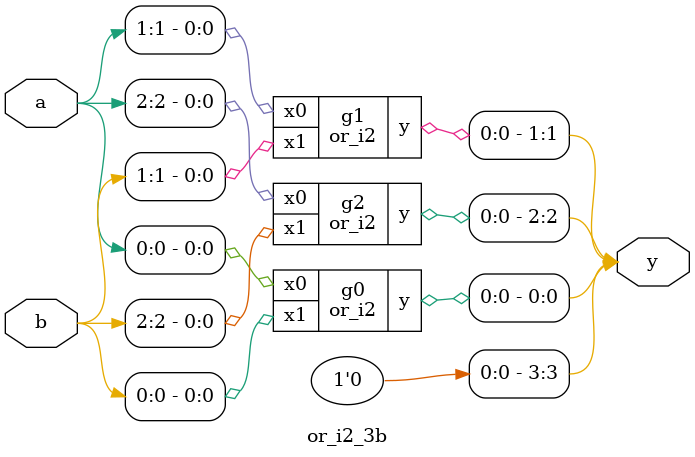
<source format=v>
module or_i3(y, x0, x1, x2);
	output y;
	input x0, x1, x2;
		
	assign y = x0 | x1 | x2;
endmodule

module or_i2(y, x0, x1);
    output y;
    input x0, x1;
    
    assign y = x0 | x1;
endmodule
	
module or_i2_3b(y, a, b);
	output [3:0] y;
	input  [2:0] a, b;
      
	or_i2 g0(y[0], a[0], b[0]);
	or_i2 g1(y[1], a[1], b[1]);
	or_i2 g2(y[2], a[2], b[2]);
	assign y[3] = 1'b0;
endmodule // or_i2_3b
</source>
